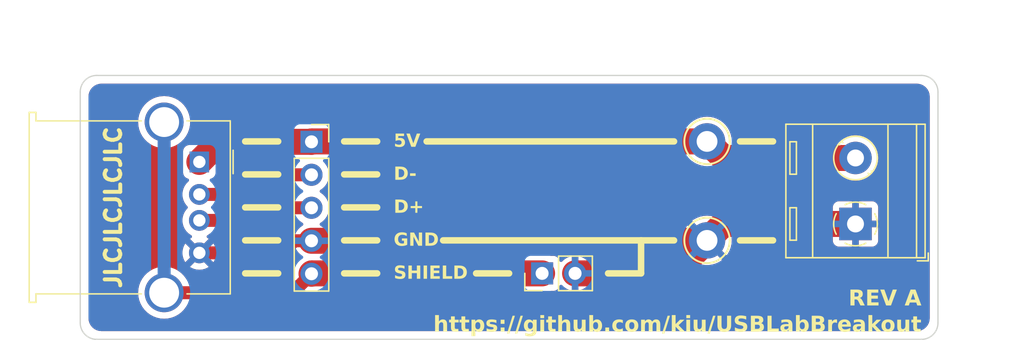
<source format=kicad_pcb>
(kicad_pcb (version 20221018) (generator pcbnew)
  (layers (0 "F.Cu" signal) (31 "B.Cu" signal) (34 "B.Paste" user) (35 "F.Paste" user) (36 "B.SilkS" user "B.Silkscreen") (37 "F.SilkS" user "F.Silkscreen") (38 "B.Mask" user) (39 "F.Mask" user) (44 "Edge.Cuts" user))
  (net 0 "")
  (net 1 "GND")
  (net 2 "Net-(J1-Pin_1)")
  (net 3 "Net-(J1-Pin_3)")
  (net 4 "Net-(J1-Pin_2)")
  (net 5 "Net-(J1-Pin_5)")
  (footprint "TestPoint:TestPoint_Keystone_5010-5014_Multipurpose" (layer "F.Cu") (at 163.83 99.06)
    (fp_text reference "TP1" hide)
    (fp_text value "TestPoint")
    (fp_circle (center 0 0) (end 1.75 0) (stroke (width 0.15)) (fill none) (layer "F.SilkS"))
    (pad "1" thru_hole circle (at 0 0) (size 2.8 2.8) (drill 1.6) (layers "*.Cu" "*.Mask") (net 2 "Net-(J1-Pin_1)"))
  )
  (footprint "Connector_PinHeader_2.54mm:PinHeader_1x02_P2.54mm_Vertical" (layer "F.Cu") (at 151.13 109.22 90)
    (fp_text reference "J4" hide)
    (fp_text value "1x02_Jumper")
    (fp_line (start -1.33 -1.33) (end 0 -1.33) (stroke (width 0.12)) (layer "F.SilkS"))
    (fp_line (start -1.33 0) (end -1.33 -1.33) (stroke (width 0.12)) (layer "F.SilkS"))
    (fp_line (start -1.33 1.27) (end -1.33 3.87) (stroke (width 0.12)) (layer "F.SilkS"))
    (fp_line (start -1.33 1.27) (end 1.33 1.27) (stroke (width 0.12)) (layer "F.SilkS"))
    (fp_line (start -1.33 3.87) (end 1.33 3.87) (stroke (width 0.12)) (layer "F.SilkS"))
    (fp_line (start 1.33 1.27) (end 1.33 3.87) (stroke (width 0.12)) (layer "F.SilkS"))
    (pad "1" thru_hole rect (at 0 0 90) (size 1.7 1.7) (drill 1) (layers "*.Cu" "*.Mask") (net 5 "Net-(J1-Pin_5)"))
    (pad "2" thru_hole oval (at 0 2.54 90) (size 1.7 1.7) (drill 1) (layers "*.Cu" "*.Mask") (net 1 "GND"))
  )
  (footprint "TestPoint:TestPoint_Keystone_5010-5014_Multipurpose" (layer "F.Cu") (at 163.83 106.68)
    (fp_text reference "TP2" hide)
    (fp_text value "TestPoint")
    (fp_circle (center 0 0) (end 1.75 0) (stroke (width 0.15)) (fill none) (layer "F.SilkS"))
    (pad "1" thru_hole circle (at 0 0) (size 2.8 2.8) (drill 1.6) (layers "*.Cu" "*.Mask") (net 1 "GND"))
  )
  (footprint "Connector_USB:USB_A_Molex_67643_Horizontal" (layer "F.Cu") (at 124.74 100.64 -90)
    (fp_text reference "J5" hide)
    (fp_text value "USB_A")
    (fp_line (start -3.81 12.58) (end -3.81 13.1) (stroke (width 0.12)) (layer "F.SilkS"))
    (fp_line (start -3.81 13.1) (end 10.81 13.1) (stroke (width 0.12)) (layer "F.SilkS"))
    (fp_line (start -3.16 -2.38) (end -3.16 0.95) (stroke (width 0.12)) (layer "F.SilkS"))
    (fp_line (start -3.16 -2.38) (end 10.16 -2.38) (stroke (width 0.12)) (layer "F.SilkS"))
    (fp_line (start -3.16 12.58) (end -3.81 12.58) (stroke (width 0.12)) (layer "F.SilkS"))
    (fp_line (start -3.16 12.58) (end -3.16 4.47) (stroke (width 0.12)) (layer "F.SilkS"))
    (fp_line (start -0.9 -2.6) (end 0.9 -2.6) (stroke (width 0.12)) (layer "F.SilkS"))
    (fp_line (start 10.16 -2.38) (end 10.16 0.95) (stroke (width 0.12)) (layer "F.SilkS"))
    (fp_line (start 10.16 4.47) (end 10.16 12.58) (stroke (width 0.12)) (layer "F.SilkS"))
    (fp_line (start 10.81 12.58) (end 10.16 12.58) (stroke (width 0.12)) (layer "F.SilkS"))
    (fp_line (start 10.81 13.1) (end 10.81 12.58) (stroke (width 0.12)) (layer "F.SilkS"))
    (pad "1" thru_hole rect (at 0 0 270) (size 1.6 1.5) (drill 0.95) (layers "*.Cu" "*.Mask") (net 2 "Net-(J1-Pin_1)"))
    (pad "2" thru_hole circle (at 2.5 0 270) (size 1.6 1.6) (drill 0.95) (layers "*.Cu" "*.Mask") (net 4 "Net-(J1-Pin_2)"))
    (pad "3" thru_hole circle (at 4.5 0 270) (size 1.6 1.6) (drill 0.95) (layers "*.Cu" "*.Mask") (net 3 "Net-(J1-Pin_3)"))
    (pad "4" thru_hole circle (at 7 0 270) (size 1.6 1.6) (drill 0.95) (layers "*.Cu" "*.Mask") (net 1 "GND"))
    (pad "5" thru_hole circle (at -3.07 2.71 270) (size 3 3) (drill 2.3) (layers "*.Cu" "*.Mask") (net 5 "Net-(J1-Pin_5)"))
    (pad "5" thru_hole circle (at 10.07 2.71 270) (size 3 3) (drill 2.3) (layers "*.Cu" "*.Mask") (net 5 "Net-(J1-Pin_5)"))
  )
  (footprint "Connector_PinSocket_2.54mm:PinSocket_1x05_P2.54mm_Vertical" (layer "F.Cu") (at 133.375 99.09)
    (fp_text reference "J1" hide)
    (fp_text value "Conn_01x05")
    (fp_line (start -1.33 1.27) (end -1.33 11.49) (stroke (width 0.12)) (layer "F.SilkS"))
    (fp_line (start -1.33 1.27) (end 1.33 1.27) (stroke (width 0.12)) (layer "F.SilkS"))
    (fp_line (start -1.33 11.49) (end 1.33 11.49) (stroke (width 0.12)) (layer "F.SilkS"))
    (fp_line (start 0 -1.33) (end 1.33 -1.33) (stroke (width 0.12)) (layer "F.SilkS"))
    (fp_line (start 1.33 -1.33) (end 1.33 0) (stroke (width 0.12)) (layer "F.SilkS"))
    (fp_line (start 1.33 1.27) (end 1.33 11.49) (stroke (width 0.12)) (layer "F.SilkS"))
    (pad "1" thru_hole rect (at 0 0) (size 1.7 1.7) (drill 1) (layers "*.Cu" "*.Mask") (net 2 "Net-(J1-Pin_1)"))
    (pad "2" thru_hole oval (at 0 2.54) (size 1.7 1.7) (drill 1) (layers "*.Cu" "*.Mask") (net 4 "Net-(J1-Pin_2)"))
    (pad "3" thru_hole oval (at 0 5.08) (size 1.7 1.7) (drill 1) (layers "*.Cu" "*.Mask") (net 3 "Net-(J1-Pin_3)"))
    (pad "4" thru_hole oval (at 0 7.62) (size 1.7 1.7) (drill 1) (layers "*.Cu" "*.Mask") (net 1 "GND"))
    (pad "5" thru_hole oval (at 0 10.16) (size 1.7 1.7) (drill 1) (layers "*.Cu" "*.Mask") (net 5 "Net-(J1-Pin_5)"))
  )
  (footprint "TerminalBlock_RND:TerminalBlock_RND_205-00287_1x02_P5.08mm_Horizontal" (layer "F.Cu") (at 175.26 105.415 90)
    (fp_text reference "J2" hide)
    (fp_text value "Screw_Terminal_01x02")
    (fp_line (start -2.84 4.76) (end -2.84 5.6) (stroke (width 0.12)) (layer "F.SilkS"))
    (fp_line (start -2.84 5.6) (end -2.24 5.6) (stroke (width 0.12)) (layer "F.SilkS"))
    (fp_line (start -2.6 -5.36) (end -2.6 5.36) (stroke (width 0.12)) (layer "F.SilkS"))
    (fp_line (start -2.6 -5.36) (end 7.68 -5.36) (stroke (width 0.12)) (layer "F.SilkS"))
    (fp_line (start -2.6 -3.3) (end 7.68 -3.3) (stroke (width 0.12)) (layer "F.SilkS"))
    (fp_line (start -2.6 2.5) (end 7.68 2.5) (stroke (width 0.12)) (layer "F.SilkS"))
    (fp_line (start -2.6 4.7) (end 7.68 4.7) (stroke (width 0.12)) (layer "F.SilkS"))
    (fp_line (start -2.6 5.36) (end 7.68 5.36) (stroke (width 0.12)) (layer "F.SilkS"))
    (fp_line (start -1.25 -5.05) (end -1.25 -4.55) (stroke (width 0.12)) (layer "F.SilkS"))
    (fp_line (start -1.25 -5.05) (end 1.25 -5.05) (stroke (width 0.12)) (layer "F.SilkS"))
    (fp_line (start -1.25 -4.55) (end 1.25 -4.55) (stroke (width 0.12)) (layer "F.SilkS"))
    (fp_line (start 1.25 -5.05) (end 1.25 -4.55) (stroke (width 0.12)) (layer "F.SilkS"))
    (fp_line (start 3.83 -5.05) (end 3.83 -4.55) (stroke (width 0.12)) (layer "F.SilkS"))
    (fp_line (start 3.83 -5.05) (end 6.33 -5.05) (stroke (width 0.12)) (layer "F.SilkS"))
    (fp_line (start 3.83 -4.55) (end 6.33 -4.55) (stroke (width 0.12)) (layer "F.SilkS"))
    (fp_line (start 3.9 0.976) (end 3.806 1.069) (stroke (width 0.12)) (layer "F.SilkS"))
    (fp_line (start 4.07 1.216) (end 4.011 1.274) (stroke (width 0.12)) (layer "F.SilkS"))
    (fp_line (start 6.15 -1.275) (end 6.091 -1.216) (stroke (width 0.12)) (layer "F.SilkS"))
    (fp_line (start 6.33 -5.05) (end 6.33 -4.55) (stroke (width 0.12)) (layer "F.SilkS"))
    (fp_line (start 6.355 -1.069) (end 6.261 -0.976) (stroke (width 0.12)) (layer "F.SilkS"))
    (fp_line (start 7.68 -5.36) (end 7.68 5.36) (stroke (width 0.12)) (layer "F.SilkS"))
    (fp_arc (start -1.483953 0.789089) (mid -1.680708 0.00005) (end -1.484 -0.789) (stroke (width 0.12)) (layer "F.SilkS"))
    (fp_arc (start -0.789089 -1.483953) (mid -0.00005 -1.680708) (end 0.789 -1.484) (stroke (width 0.12)) (layer "F.SilkS"))
    (fp_arc (start 0.029383 1.68045) (mid -0.392304 1.634281) (end -0.789 1.484) (stroke (width 0.12)) (layer "F.SilkS"))
    (fp_arc (start 0.788712 1.483352) (mid 0.406429 1.630097) (end 0 1.68) (stroke (width 0.12)) (layer "F.SilkS"))
    (fp_arc (start 1.483953 -0.789089) (mid 1.680708 -0.00005) (end 1.484 0.789) (stroke (width 0.12)) (layer "F.SilkS"))
    (fp_circle (center 5.08 0) (end 6.76 0) (stroke (width 0.12)) (fill none) (layer "F.SilkS"))
    (pad "1" thru_hole rect (at 0 0 90) (size 2.5 2.5) (drill 1.3) (layers "*.Cu" "*.Mask") (net 1 "GND"))
    (pad "2" thru_hole circle (at 5.08 0 90) (size 2.5 2.5) (drill 1.3) (layers "*.Cu" "*.Mask") (net 2 "Net-(J1-Pin_1)"))
  )
  (gr_line (start 158.75 109.22) (end 158.75 106.68) (stroke (width 0.5)) (layer "F.SilkS"))
  (gr_line (start 135.89 101.6) (end 138.43 101.6) (stroke (width 0.5)) (layer "F.SilkS"))
  (gr_line (start 128.27 109.22) (end 130.81 109.22) (stroke (width 0.5)) (layer "F.SilkS"))
  (gr_line (start 135.89 106.68) (end 138.43 106.68) (stroke (width 0.5)) (layer "F.SilkS"))
  (gr_line (start 128.27 106.68) (end 130.81 106.68) (stroke (width 0.5)) (layer "F.SilkS"))
  (gr_line (start 135.89 99.06) (end 138.43 99.06) (stroke (width 0.5)) (layer "F.SilkS"))
  (gr_line (start 146.05 109.22) (end 148.59 109.22) (stroke (width 0.5)) (layer "F.SilkS"))
  (gr_line (start 135.89 109.22) (end 138.43 109.22) (stroke (width 0.5)) (layer "F.SilkS"))
  (gr_line (start 142.24 99.06) (end 161.29 99.06) (stroke (width 0.5)) (layer "F.SilkS"))
  (gr_line (start 135.89 104.14) (end 138.43 104.14) (stroke (width 0.5)) (layer "F.SilkS"))
  (gr_line (start 128.27 99.06) (end 130.81 99.06) (stroke (width 0.5)) (layer "F.SilkS"))
  (gr_line (start 166.37 106.68) (end 168.91 106.68) (stroke (width 0.5)) (layer "F.SilkS"))
  (gr_line (start 166.37 99.06) (end 168.91 99.06) (stroke (width 0.5)) (layer "F.SilkS"))
  (gr_line (start 128.27 101.6) (end 130.81 101.6) (stroke (width 0.5)) (layer "F.SilkS"))
  (gr_line (start 156.21 109.22) (end 158.75 109.22) (stroke (width 0.5)) (layer "F.SilkS"))
  (gr_line (start 143.51 106.68) (end 161.29 106.68) (stroke (width 0.5)) (layer "F.SilkS"))
  (gr_line (start 128.27 104.14) (end 130.81 104.14) (stroke (width 0.5)) (layer "F.SilkS"))
  (gr_line (start 116.84 93.98) (end 180.34 93.98) (stroke (width 0.1)) (layer "Edge.Cuts"))
  (gr_arc (start 181.61 113.03) (mid 181.238026 113.928026) (end 180.34 114.3) (stroke (width 0.1)) (layer "Edge.Cuts"))
  (gr_line (start 180.34 114.3) (end 116.84 114.3) (stroke (width 0.1)) (layer "Edge.Cuts"))
  (gr_arc (start 115.57 95.25) (mid 115.941974 94.351974) (end 116.84 93.98) (stroke (width 0.1)) (layer "Edge.Cuts"))
  (gr_line (start 181.61 95.25) (end 181.61 113.03) (stroke (width 0.1)) (layer "Edge.Cuts"))
  (gr_arc (start 116.84 114.3) (mid 115.941974 113.928026) (end 115.57 113.03) (stroke (width 0.1)) (layer "Edge.Cuts"))
  (gr_arc (start 180.34 93.98) (mid 181.238026 94.351974) (end 181.61 95.25) (stroke (width 0.1)) (layer "Edge.Cuts"))
  (gr_line (start 115.57 113.03) (end 115.57 95.25) (stroke (width 0.1)) (layer "Edge.Cuts"))
  (gr_text "SHIELD" (at 139.7 109.22) (layer "F.SilkS") (effects (font (size 1 1) (thickness 0.2) bold) (justify left)))
  (gr_text "D+" (at 139.7 104.14) (layer "F.SilkS") (effects (font (size 1 1) (thickness 0.2) bold) (justify left)))
  (gr_text "JLCJLCJLCJLC" (at 118.11 104.14 90) (layer "F.SilkS") (effects (font (size 1.2 1.2) (thickness 0.3) bold)))
  (gr_text "REV A\nhttps://github.com/kiu/USBLabBreakout\n" (at 180.34 110.49) (layer "F.SilkS") (effects (font (size 1.2 1.2) (thickness 0.2) bold) (justify right top)))
  (gr_text "D-" (at 139.7 101.6) (layer "F.SilkS") (effects (font (size 1 1) (thickness 0.2) bold) (justify left)))
  (gr_text "GND" (at 139.7 106.68) (layer "F.SilkS") (effects (font (size 1 1) (thickness 0.2) bold) (justify left)))
  (gr_text "5V" (at 139.7 99.06) (layer "F.SilkS") (effects (font (size 1 1) (thickness 0.2) bold) (justify left)))
  (segment (start 161.29 109.22) (end 163.8 106.71) (width 2) (layer "F.Cu") (net 1))
  (segment (start 131.12 107.64) (end 132.05 106.71) (width 1) (layer "F.Cu") (net 1))
  (segment (start 124.74 107.64) (end 131.12 107.64) (width 1) (layer "F.Cu") (net 1))
  (segment (start 175.26 105.415) (end 165.095 105.415) (width 2) (layer "F.Cu") (net 1))
  (segment (start 165.095 105.415) (end 163.8 106.71) (width 2) (layer "F.Cu") (net 1))
  (segment (start 132.05 106.71) (end 133.375 106.71) (width 1) (layer "F.Cu") (net 1))
  (segment (start 133.375 106.71) (end 163.8 106.71) (width 2) (layer "F.Cu") (net 1))
  (segment (start 163.8 106.71) (end 163.83 106.68) (width 2) (layer "F.Cu") (net 1))
  (segment (start 153.67 109.22) (end 161.29 109.22) (width 2) (layer "F.Cu") (net 1))
  (segment (start 133.405 99.06) (end 133.375 99.09) (width 2) (layer "F.Cu") (net 2))
  (segment (start 175.26 100.335) (end 165.105 100.335) (width 2) (layer "F.Cu") (net 2))
  (segment (start 165.105 100.335) (end 163.83 99.06) (width 2) (layer "F.Cu") (net 2))
  (segment (start 126.29 99.09) (end 124.74 100.64) (width 2) (layer "F.Cu") (net 2))
  (segment (start 133.375 99.09) (end 126.29 99.09) (width 2) (layer "F.Cu") (net 2))
  (segment (start 163.83 99.06) (end 133.405 99.06) (width 2) (layer "F.Cu") (net 2))
  (segment (start 124.74 105.14) (end 129.81 105.14) (width 1) (layer "F.Cu") (net 3))
  (segment (start 129.81 105.14) (end 130.78 104.17) (width 1) (layer "F.Cu") (net 3))
  (segment (start 130.78 104.17) (end 133.375 104.17) (width 1) (layer "F.Cu") (net 3))
  (segment (start 133.375 101.63) (end 129.51 101.63) (width 1) (layer "F.Cu") (net 4))
  (segment (start 128 103.14) (end 124.74 103.14) (width 1) (layer "F.Cu") (net 4))
  (segment (start 129.51 101.63) (end 128 103.14) (width 1) (layer "F.Cu") (net 4))
  (segment (start 133.405 109.22) (end 133.375 109.25) (width 2) (layer "F.Cu") (net 5))
  (segment (start 151.13 109.22) (end 133.405 109.22) (width 2) (layer "F.Cu") (net 5))
  (segment (start 131.915 110.71) (end 133.375 109.25) (width 1) (layer "F.Cu") (net 5))
  (segment (start 122.03 110.71) (end 131.915 110.71) (width 1) (layer "F.Cu") (net 5))
  (segment (start 122.03 97.57) (end 122.03 110.71) (width 1) (layer "B.Cu") (net 5))
  (zone (net 1) (net_name "GND") (layers "F&B.Cu") (connect_pads (clearance 0.5)) (min_thickness 0.25) (fill yes (thermal_gap 0.5) (thermal_bridge_width 0.5) (smoothing fillet) (radius 1))
    (polygon (pts (xy 116.205 94.615) (xy 116.205 113.665) (xy 180.975 113.665) (xy 180.975 94.615)))
  )
)
</source>
